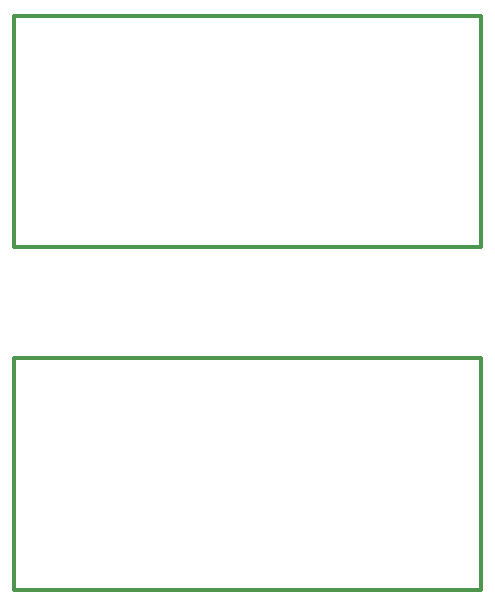
<source format=gbo>
G04*
G04 #@! TF.GenerationSoftware,Altium Limited,Altium Designer,21.9.1 (22)*
G04*
G04 Layer_Color=32896*
%FSAX44Y44*%
%MOMM*%
G71*
G04*
G04 #@! TF.SameCoordinates,DCF355C4-2513-4F3A-AF0F-06795686F610*
G04*
G04*
G04 #@! TF.FilePolarity,Positive*
G04*
G01*
G75*
%ADD27C,0.3000*%
D27*
X00222000Y00521000D02*
X00618000D01*
X00222000D02*
Y00556000D01*
Y00717000D01*
X00251000D01*
X00618000D01*
Y00521000D02*
Y00717000D01*
X00222000Y00231000D02*
X00618000D01*
X00222000D02*
Y00266000D01*
Y00427000D01*
X00251000D01*
X00618000D01*
Y00231000D02*
Y00427000D01*
M02*

</source>
